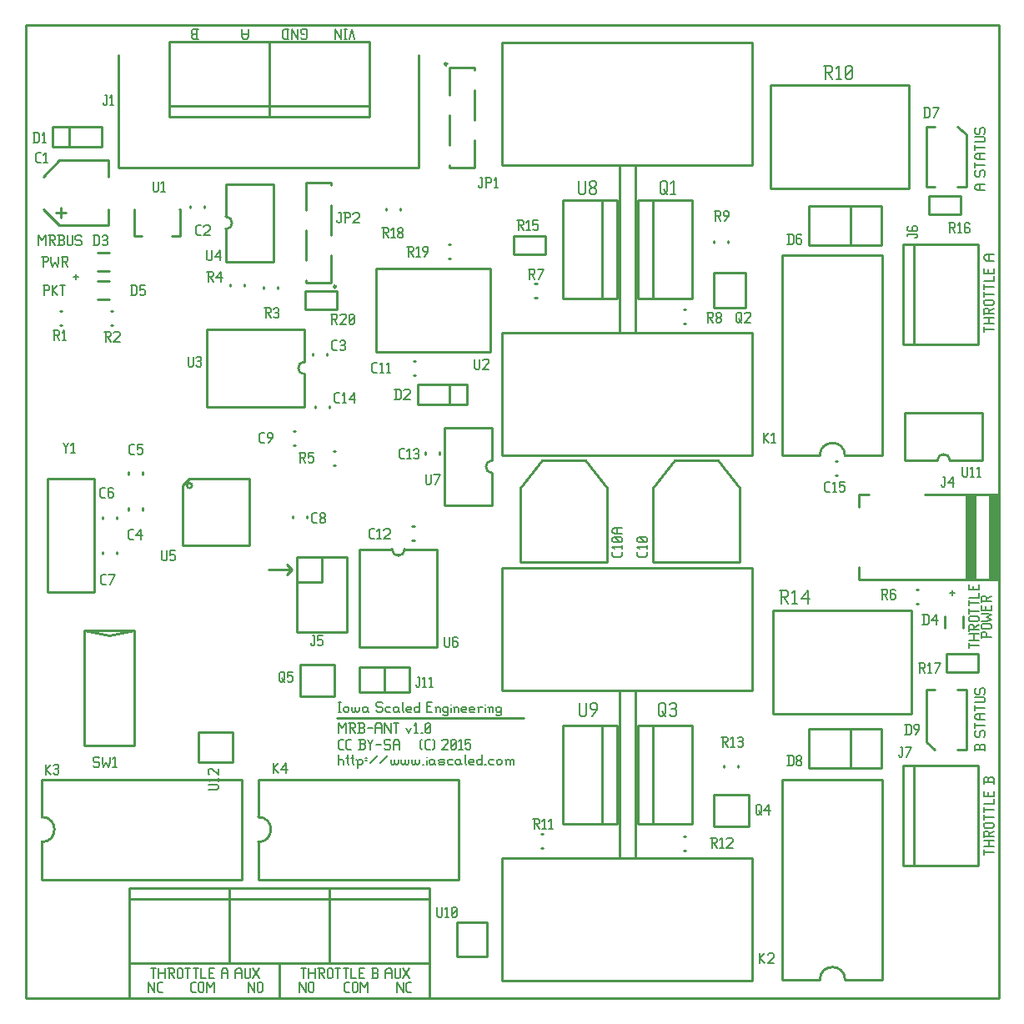
<source format=gbr>
G04 start of page 8 for group -4079 idx -4079 *
G04 Title: (unknown), topsilk *
G04 Creator: pcb 20140316 *
G04 CreationDate: Thu 11 Jun 2015 05:42:57 PM GMT UTC *
G04 For: ndholmes *
G04 Format: Gerber/RS-274X *
G04 PCB-Dimensions (mil): 3900.00 3900.00 *
G04 PCB-Coordinate-Origin: lower left *
%MOIN*%
%FSLAX25Y25*%
%LNTOPSILK*%
%ADD131C,0.0060*%
%ADD130C,0.0100*%
G54D130*X500Y389500D02*Y500D01*
X97500Y172000D02*X107000D01*
X105000Y174000D01*
X107000Y172000D02*X105000Y170000D01*
X389500Y500D02*Y389500D01*
X500D01*
X125000Y112500D02*X199500D01*
X500Y500D02*X389500D01*
X42000Y15000D02*Y500D01*
X102000Y14500D02*Y500D01*
X162000Y15000D02*Y500D01*
G54D131*X370000Y162500D02*X372000D01*
X371000Y163500D02*Y161500D01*
X377500Y142500D02*Y140500D01*
Y141500D02*X381500D01*
X377500Y143700D02*X381500D01*
X377500Y146200D02*X381500D01*
X379500D02*Y143700D01*
X377500Y149400D02*Y147400D01*
Y149400D02*X378000Y149900D01*
X379000D01*
X379500Y149400D02*X379000Y149900D01*
X379500Y149400D02*Y147900D01*
X377500D02*X381500D01*
X379500Y148700D02*X381500Y149900D01*
X378000Y151100D02*X381000D01*
X378000D02*X377500Y151600D01*
Y152600D02*Y151600D01*
Y152600D02*X378000Y153100D01*
X381000D01*
X381500Y152600D02*X381000Y153100D01*
X381500Y152600D02*Y151600D01*
X381000Y151100D02*X381500Y151600D01*
X377500Y156300D02*Y154300D01*
Y155300D02*X381500D01*
X377500Y159500D02*Y157500D01*
Y158500D02*X381500D01*
X377500Y160700D02*X381500D01*
Y162700D02*Y160700D01*
X379300Y165400D02*Y163900D01*
X381500Y165900D02*Y163900D01*
X377500D02*X381500D01*
X377500Y165900D02*Y163900D01*
X382500Y145000D02*X386500D01*
X382500Y146500D02*Y144500D01*
Y146500D02*X383000Y147000D01*
X384000D01*
X384500Y146500D02*X384000Y147000D01*
X384500Y146500D02*Y145000D01*
X383000Y148200D02*X386000D01*
X383000D02*X382500Y148700D01*
Y149700D02*Y148700D01*
Y149700D02*X383000Y150200D01*
X386000D01*
X386500Y149700D02*X386000Y150200D01*
X386500Y149700D02*Y148700D01*
X386000Y148200D02*X386500Y148700D01*
X382500Y151400D02*X384500D01*
X386500Y151900D01*
X384500Y152900D01*
X386500Y153900D01*
X384500Y154400D01*
X382500D02*X384500D01*
X384300Y157100D02*Y155600D01*
X386500Y157600D02*Y155600D01*
X382500D02*X386500D01*
X382500Y157600D02*Y155600D01*
Y160800D02*Y158800D01*
Y160800D02*X383000Y161300D01*
X384000D01*
X384500Y160800D02*X384000Y161300D01*
X384500Y160800D02*Y159300D01*
X382500D02*X386500D01*
X384500Y160100D02*X386500Y161300D01*
X49500Y7000D02*Y3000D01*
Y7000D02*X52000Y3000D01*
Y7000D02*Y3000D01*
X53900D02*X55200D01*
X53200Y3700D02*X53900Y3000D01*
X53200Y6300D02*Y3700D01*
Y6300D02*X53900Y7000D01*
X55200D01*
X89500D02*Y3000D01*
Y7000D02*X92000Y3000D01*
Y7000D02*Y3000D01*
X93200Y6500D02*Y3500D01*
Y6500D02*X93700Y7000D01*
X94700D01*
X95200Y6500D01*
Y3500D01*
X94700Y3000D02*X95200Y3500D01*
X93700Y3000D02*X94700D01*
X93200Y3500D02*X93700Y3000D01*
X67200D02*X68500D01*
X66500Y3700D02*X67200Y3000D01*
X66500Y6300D02*Y3700D01*
Y6300D02*X67200Y7000D01*
X68500D01*
X69700Y6500D02*Y3500D01*
Y6500D02*X70200Y7000D01*
X71200D01*
X71700Y6500D01*
Y3500D01*
X71200Y3000D02*X71700Y3500D01*
X70200Y3000D02*X71200D01*
X69700Y3500D02*X70200Y3000D01*
X72900Y7000D02*Y3000D01*
Y7000D02*X74400Y5000D01*
X75900Y7000D01*
Y3000D01*
X50500Y12500D02*X52500D01*
X51500D02*Y8500D01*
X53700Y12500D02*Y8500D01*
X56200Y12500D02*Y8500D01*
X53700Y10500D02*X56200D01*
X57400Y12500D02*X59400D01*
X59900Y12000D01*
Y11000D01*
X59400Y10500D02*X59900Y11000D01*
X57900Y10500D02*X59400D01*
X57900Y12500D02*Y8500D01*
X58700Y10500D02*X59900Y8500D01*
X61100Y12000D02*Y9000D01*
Y12000D02*X61600Y12500D01*
X62600D01*
X63100Y12000D01*
Y9000D01*
X62600Y8500D02*X63100Y9000D01*
X61600Y8500D02*X62600D01*
X61100Y9000D02*X61600Y8500D01*
X64300Y12500D02*X66300D01*
X65300D02*Y8500D01*
X67500Y12500D02*X69500D01*
X68500D02*Y8500D01*
X70700Y12500D02*Y8500D01*
X72700D01*
X73900Y10700D02*X75400D01*
X73900Y8500D02*X75900D01*
X73900Y12500D02*Y8500D01*
Y12500D02*X75900D01*
X78900Y11500D02*Y8500D01*
Y11500D02*X79600Y12500D01*
X80700D01*
X81400Y11500D01*
Y8500D01*
X78900Y10500D02*X81400D01*
X84400Y11500D02*Y8500D01*
Y11500D02*X85100Y12500D01*
X86200D01*
X86900Y11500D01*
Y8500D01*
X84400Y10500D02*X86900D01*
X88100Y12500D02*Y9000D01*
X88600Y8500D01*
X89600D01*
X90100Y9000D01*
Y12500D02*Y9000D01*
X91300Y8500D02*X93800Y12500D01*
X91300D02*X93800Y8500D01*
X110500Y12500D02*X112500D01*
X111500D02*Y8500D01*
X113700Y12500D02*Y8500D01*
X116200Y12500D02*Y8500D01*
X113700Y10500D02*X116200D01*
X117400Y12500D02*X119400D01*
X119900Y12000D01*
Y11000D01*
X119400Y10500D02*X119900Y11000D01*
X117900Y10500D02*X119400D01*
X117900Y12500D02*Y8500D01*
X118700Y10500D02*X119900Y8500D01*
X121100Y12000D02*Y9000D01*
Y12000D02*X121600Y12500D01*
X122600D01*
X123100Y12000D01*
Y9000D01*
X122600Y8500D02*X123100Y9000D01*
X121600Y8500D02*X122600D01*
X121100Y9000D02*X121600Y8500D01*
X124300Y12500D02*X126300D01*
X125300D02*Y8500D01*
X127500Y12500D02*X129500D01*
X128500D02*Y8500D01*
X130700Y12500D02*Y8500D01*
X132700D01*
X133900Y10700D02*X135400D01*
X133900Y8500D02*X135900D01*
X133900Y12500D02*Y8500D01*
Y12500D02*X135900D01*
X138900Y8500D02*X140900D01*
X141400Y9000D01*
Y10200D02*Y9000D01*
X140900Y10700D02*X141400Y10200D01*
X139400Y10700D02*X140900D01*
X139400Y12500D02*Y8500D01*
X138900Y12500D02*X140900D01*
X141400Y12000D01*
Y11200D01*
X140900Y10700D02*X141400Y11200D01*
X144400Y11500D02*Y8500D01*
Y11500D02*X145100Y12500D01*
X146200D01*
X146900Y11500D01*
Y8500D01*
X144400Y10500D02*X146900D01*
X148100Y12500D02*Y9000D01*
X148600Y8500D01*
X149600D01*
X150100Y9000D01*
Y12500D02*Y9000D01*
X151300Y8500D02*X153800Y12500D01*
X151300D02*X153800Y8500D01*
X149000Y7000D02*Y3000D01*
Y7000D02*X151500Y3000D01*
Y7000D02*Y3000D01*
X153400D02*X154700D01*
X152700Y3700D02*X153400Y3000D01*
X152700Y6300D02*Y3700D01*
Y6300D02*X153400Y7000D01*
X154700D01*
X128700Y3000D02*X130000D01*
X128000Y3700D02*X128700Y3000D01*
X128000Y6300D02*Y3700D01*
Y6300D02*X128700Y7000D01*
X130000D01*
X131200Y6500D02*Y3500D01*
Y6500D02*X131700Y7000D01*
X132700D01*
X133200Y6500D01*
Y3500D01*
X132700Y3000D02*X133200Y3500D01*
X131700Y3000D02*X132700D01*
X131200Y3500D02*X131700Y3000D01*
X134400Y7000D02*Y3000D01*
Y7000D02*X135900Y5000D01*
X137400Y7000D01*
Y3000D01*
X110000Y7000D02*Y3000D01*
Y7000D02*X112500Y3000D01*
Y7000D02*Y3000D01*
X113700Y6500D02*Y3500D01*
Y6500D02*X114200Y7000D01*
X115200D01*
X115700Y6500D01*
Y3500D01*
X115200Y3000D02*X115700Y3500D01*
X114200Y3000D02*X115200D01*
X113700Y3500D02*X114200Y3000D01*
X383500Y60000D02*Y58000D01*
Y59000D02*X387500D01*
X383500Y61200D02*X387500D01*
X383500Y63700D02*X387500D01*
X385500D02*Y61200D01*
X383500Y66900D02*Y64900D01*
Y66900D02*X384000Y67400D01*
X385000D01*
X385500Y66900D02*X385000Y67400D01*
X385500Y66900D02*Y65400D01*
X383500D02*X387500D01*
X385500Y66200D02*X387500Y67400D01*
X384000Y68600D02*X387000D01*
X384000D02*X383500Y69100D01*
Y70100D02*Y69100D01*
Y70100D02*X384000Y70600D01*
X387000D01*
X387500Y70100D02*X387000Y70600D01*
X387500Y70100D02*Y69100D01*
X387000Y68600D02*X387500Y69100D01*
X383500Y73800D02*Y71800D01*
Y72800D02*X387500D01*
X383500Y77000D02*Y75000D01*
Y76000D02*X387500D01*
X383500Y78200D02*X387500D01*
Y80200D02*Y78200D01*
X385300Y82900D02*Y81400D01*
X387500Y83400D02*Y81400D01*
X383500D02*X387500D01*
X383500Y83400D02*Y81400D01*
X387500Y88400D02*Y86400D01*
Y88400D02*X387000Y88900D01*
X385800D02*X387000D01*
X385300Y88400D02*X385800Y88900D01*
X385300Y88400D02*Y86900D01*
X383500D02*X387500D01*
X383500Y88400D02*Y86400D01*
Y88400D02*X384000Y88900D01*
X384800D01*
X385300Y88400D02*X384800Y88900D01*
X384000Y101500D02*Y99500D01*
Y101500D02*X383500Y102000D01*
X382300D02*X383500D01*
X381800Y101500D02*X382300Y102000D01*
X381800Y101500D02*Y100000D01*
X380000D02*X384000D01*
X380000Y101500D02*Y99500D01*
Y101500D02*X380500Y102000D01*
X381300D01*
X381800Y101500D02*X381300Y102000D01*
X380000Y107000D02*X380500Y107500D01*
X380000Y107000D02*Y105500D01*
X380500Y105000D02*X380000Y105500D01*
X380500Y105000D02*X381500D01*
X382000Y105500D01*
Y107000D02*Y105500D01*
Y107000D02*X382500Y107500D01*
X383500D01*
X384000Y107000D02*X383500Y107500D01*
X384000Y107000D02*Y105500D01*
X383500Y105000D02*X384000Y105500D01*
X380000Y110700D02*Y108700D01*
Y109700D02*X384000D01*
X381000Y111900D02*X384000D01*
X381000D02*X380000Y112600D01*
Y113700D02*Y112600D01*
Y113700D02*X381000Y114400D01*
X384000D01*
X382000D02*Y111900D01*
X380000Y117600D02*Y115600D01*
Y116600D02*X384000D01*
X380000Y118800D02*X383500D01*
X384000Y119300D01*
Y120300D02*Y119300D01*
Y120300D02*X383500Y120800D01*
X380000D02*X383500D01*
X380000Y124000D02*X380500Y124500D01*
X380000Y124000D02*Y122500D01*
X380500Y122000D02*X380000Y122500D01*
X380500Y122000D02*X381500D01*
X382000Y122500D01*
Y124000D02*Y122500D01*
Y124000D02*X382500Y124500D01*
X383500D01*
X384000Y124000D02*X383500Y124500D01*
X384000Y124000D02*Y122500D01*
X383500Y122000D02*X384000Y122500D01*
X125500Y119000D02*X126500D01*
X126000D02*Y115000D01*
X125500D02*X126500D01*
X127700Y116500D02*Y115500D01*
Y116500D02*X128200Y117000D01*
X129200D01*
X129700Y116500D01*
Y115500D01*
X129200Y115000D02*X129700Y115500D01*
X128200Y115000D02*X129200D01*
X127700Y115500D02*X128200Y115000D01*
X130900Y117000D02*Y115500D01*
X131400Y115000D01*
X131900D01*
X132400Y115500D01*
Y117000D02*Y115500D01*
X132900Y115000D01*
X133400D01*
X133900Y115500D01*
Y117000D02*Y115500D01*
X136600Y117000D02*X137100Y116500D01*
X135600Y117000D02*X136600D01*
X135100Y116500D02*X135600Y117000D01*
X135100Y116500D02*Y115500D01*
X135600Y115000D01*
X137100Y117000D02*Y115500D01*
X137600Y115000D01*
X135600D02*X136600D01*
X137100Y115500D01*
X142600Y119000D02*X143100Y118500D01*
X141100Y119000D02*X142600D01*
X140600Y118500D02*X141100Y119000D01*
X140600Y118500D02*Y117500D01*
X141100Y117000D01*
X142600D01*
X143100Y116500D01*
Y115500D01*
X142600Y115000D02*X143100Y115500D01*
X141100Y115000D02*X142600D01*
X140600Y115500D02*X141100Y115000D01*
X144800Y117000D02*X146300D01*
X144300Y116500D02*X144800Y117000D01*
X144300Y116500D02*Y115500D01*
X144800Y115000D01*
X146300D01*
X149000Y117000D02*X149500Y116500D01*
X148000Y117000D02*X149000D01*
X147500Y116500D02*X148000Y117000D01*
X147500Y116500D02*Y115500D01*
X148000Y115000D01*
X149500Y117000D02*Y115500D01*
X150000Y115000D01*
X148000D02*X149000D01*
X149500Y115500D01*
X151200Y119000D02*Y115500D01*
X151700Y115000D01*
X153200D02*X154700D01*
X152700Y115500D02*X153200Y115000D01*
X152700Y116500D02*Y115500D01*
Y116500D02*X153200Y117000D01*
X154200D01*
X154700Y116500D01*
X152700Y116000D02*X154700D01*
Y116500D02*Y116000D01*
X157900Y119000D02*Y115000D01*
X157400D02*X157900Y115500D01*
X156400Y115000D02*X157400D01*
X155900Y115500D02*X156400Y115000D01*
X155900Y116500D02*Y115500D01*
Y116500D02*X156400Y117000D01*
X157400D01*
X157900Y116500D01*
X160900Y117200D02*X162400D01*
X160900Y115000D02*X162900D01*
X160900Y119000D02*Y115000D01*
Y119000D02*X162900D01*
X164600Y116500D02*Y115000D01*
Y116500D02*X165100Y117000D01*
X165600D01*
X166100Y116500D01*
Y115000D01*
X164100Y117000D02*X164600Y116500D01*
X168800Y117000D02*X169300Y116500D01*
X167800Y117000D02*X168800D01*
X167300Y116500D02*X167800Y117000D01*
X167300Y116500D02*Y115500D01*
X167800Y115000D01*
X168800D01*
X169300Y115500D01*
X167300Y114000D02*X167800Y113500D01*
X168800D01*
X169300Y114000D01*
Y117000D02*Y114000D01*
X170500Y118000D02*Y117900D01*
Y116500D02*Y115000D01*
X172000Y116500D02*Y115000D01*
Y116500D02*X172500Y117000D01*
X173000D01*
X173500Y116500D01*
Y115000D01*
X171500Y117000D02*X172000Y116500D01*
X175200Y115000D02*X176700D01*
X174700Y115500D02*X175200Y115000D01*
X174700Y116500D02*Y115500D01*
Y116500D02*X175200Y117000D01*
X176200D01*
X176700Y116500D01*
X174700Y116000D02*X176700D01*
Y116500D02*Y116000D01*
X178400Y115000D02*X179900D01*
X177900Y115500D02*X178400Y115000D01*
X177900Y116500D02*Y115500D01*
Y116500D02*X178400Y117000D01*
X179400D01*
X179900Y116500D01*
X177900Y116000D02*X179900D01*
Y116500D02*Y116000D01*
X181600Y116500D02*Y115000D01*
Y116500D02*X182100Y117000D01*
X183100D01*
X181100D02*X181600Y116500D01*
X184300Y118000D02*Y117900D01*
Y116500D02*Y115000D01*
X185800Y116500D02*Y115000D01*
Y116500D02*X186300Y117000D01*
X186800D01*
X187300Y116500D01*
Y115000D01*
X185300Y117000D02*X185800Y116500D01*
X190000Y117000D02*X190500Y116500D01*
X189000Y117000D02*X190000D01*
X188500Y116500D02*X189000Y117000D01*
X188500Y116500D02*Y115500D01*
X189000Y115000D01*
X190000D01*
X190500Y115500D01*
X188500Y114000D02*X189000Y113500D01*
X190000D01*
X190500Y114000D01*
Y117000D02*Y114000D01*
X126200Y100000D02*X127500D01*
X125500Y100700D02*X126200Y100000D01*
X125500Y103300D02*Y100700D01*
Y103300D02*X126200Y104000D01*
X127500D01*
X129400Y100000D02*X130700D01*
X128700Y100700D02*X129400Y100000D01*
X128700Y103300D02*Y100700D01*
Y103300D02*X129400Y104000D01*
X130700D01*
X133700Y100000D02*X135700D01*
X136200Y100500D01*
Y101700D02*Y100500D01*
X135700Y102200D02*X136200Y101700D01*
X134200Y102200D02*X135700D01*
X134200Y104000D02*Y100000D01*
X133700Y104000D02*X135700D01*
X136200Y103500D01*
Y102700D01*
X135700Y102200D02*X136200Y102700D01*
X137400Y104000D02*X138400Y102000D01*
X139400Y104000D01*
X138400Y102000D02*Y100000D01*
X140600Y102000D02*X142600D01*
X145800Y104000D02*X146300Y103500D01*
X144300Y104000D02*X145800D01*
X143800Y103500D02*X144300Y104000D01*
X143800Y103500D02*Y102500D01*
X144300Y102000D01*
X145800D01*
X146300Y101500D01*
Y100500D01*
X145800Y100000D02*X146300Y100500D01*
X144300Y100000D02*X145800D01*
X143800Y100500D02*X144300Y100000D01*
X147500Y103000D02*Y100000D01*
Y103000D02*X148200Y104000D01*
X149300D01*
X150000Y103000D01*
Y100000D01*
X147500Y102000D02*X150000D01*
X158400Y100500D02*X158900Y100000D01*
X158400Y103500D02*X158900Y104000D01*
X158400Y103500D02*Y100500D01*
X160800Y100000D02*X162100D01*
X160100Y100700D02*X160800Y100000D01*
X160100Y103300D02*Y100700D01*
Y103300D02*X160800Y104000D01*
X162100D01*
X163300D02*X163800Y103500D01*
Y100500D01*
X163300Y100000D02*X163800Y100500D01*
X166800Y103500D02*X167300Y104000D01*
X168800D01*
X169300Y103500D01*
Y102500D01*
X166800Y100000D02*X169300Y102500D01*
X166800Y100000D02*X169300D01*
X170500Y100500D02*X171000Y100000D01*
X170500Y103500D02*Y100500D01*
Y103500D02*X171000Y104000D01*
X172000D01*
X172500Y103500D01*
Y100500D01*
X172000Y100000D02*X172500Y100500D01*
X171000Y100000D02*X172000D01*
X170500Y101000D02*X172500Y103000D01*
X173700Y103200D02*X174500Y104000D01*
Y100000D01*
X173700D02*X175200D01*
X176400Y104000D02*X178400D01*
X176400D02*Y102000D01*
X176900Y102500D01*
X177900D01*
X178400Y102000D01*
Y100500D01*
X177900Y100000D02*X178400Y100500D01*
X176900Y100000D02*X177900D01*
X176400Y100500D02*X176900Y100000D01*
X125500Y110500D02*Y106500D01*
Y110500D02*X127000Y108500D01*
X128500Y110500D01*
Y106500D01*
X129700Y110500D02*X131700D01*
X132200Y110000D01*
Y109000D01*
X131700Y108500D02*X132200Y109000D01*
X130200Y108500D02*X131700D01*
X130200Y110500D02*Y106500D01*
X131000Y108500D02*X132200Y106500D01*
X133400D02*X135400D01*
X135900Y107000D01*
Y108200D02*Y107000D01*
X135400Y108700D02*X135900Y108200D01*
X133900Y108700D02*X135400D01*
X133900Y110500D02*Y106500D01*
X133400Y110500D02*X135400D01*
X135900Y110000D01*
Y109200D01*
X135400Y108700D02*X135900Y109200D01*
X137100Y108500D02*X139100D01*
X140300Y109500D02*Y106500D01*
Y109500D02*X141000Y110500D01*
X142100D01*
X142800Y109500D01*
Y106500D01*
X140300Y108500D02*X142800D01*
X144000Y110500D02*Y106500D01*
Y110500D02*X146500Y106500D01*
Y110500D02*Y106500D01*
X147700Y110500D02*X149700D01*
X148700D02*Y106500D01*
X152700Y108500D02*X153700Y106500D01*
X154700Y108500D02*X153700Y106500D01*
X155900Y109700D02*X156700Y110500D01*
Y106500D01*
X155900D02*X157400D01*
X158600D02*X159100D01*
X160300Y107000D02*X160800Y106500D01*
X160300Y110000D02*Y107000D01*
Y110000D02*X160800Y110500D01*
X161800D01*
X162300Y110000D01*
Y107000D01*
X161800Y106500D02*X162300Y107000D01*
X160800Y106500D02*X161800D01*
X160300Y107500D02*X162300Y109500D01*
X125500Y98000D02*Y94000D01*
Y95500D02*X126000Y96000D01*
X127000D01*
X127500Y95500D01*
Y94000D01*
X129200Y98000D02*Y94500D01*
X129700Y94000D01*
X128700Y96500D02*X129700D01*
X131200Y98000D02*Y94500D01*
X131700Y94000D01*
X130700Y96500D02*X131700D01*
X133200Y95500D02*Y92500D01*
X132700Y96000D02*X133200Y95500D01*
X133700Y96000D01*
X134700D01*
X135200Y95500D01*
Y94500D01*
X134700Y94000D02*X135200Y94500D01*
X133700Y94000D02*X134700D01*
X133200Y94500D02*X133700Y94000D01*
X136400Y96500D02*X136900D01*
X136400Y95500D02*X136900D01*
X138100Y94500D02*X141100Y97500D01*
X142300Y94500D02*X145300Y97500D01*
X146500Y96000D02*Y94500D01*
X147000Y94000D01*
X147500D01*
X148000Y94500D01*
Y96000D02*Y94500D01*
X148500Y94000D01*
X149000D01*
X149500Y94500D01*
Y96000D02*Y94500D01*
X150700Y96000D02*Y94500D01*
X151200Y94000D01*
X151700D01*
X152200Y94500D01*
Y96000D02*Y94500D01*
X152700Y94000D01*
X153200D01*
X153700Y94500D01*
Y96000D02*Y94500D01*
X154900Y96000D02*Y94500D01*
X155400Y94000D01*
X155900D01*
X156400Y94500D01*
Y96000D02*Y94500D01*
X156900Y94000D01*
X157400D01*
X157900Y94500D01*
Y96000D02*Y94500D01*
X159100Y94000D02*X159600D01*
X160800Y97000D02*Y96900D01*
Y95500D02*Y94000D01*
X163300Y96000D02*X163800Y95500D01*
X162300Y96000D02*X163300D01*
X161800Y95500D02*X162300Y96000D01*
X161800Y95500D02*Y94500D01*
X162300Y94000D01*
X163800Y96000D02*Y94500D01*
X164300Y94000D01*
X162300D02*X163300D01*
X163800Y94500D01*
X166000Y94000D02*X167500D01*
X168000Y94500D01*
X167500Y95000D02*X168000Y94500D01*
X166000Y95000D02*X167500D01*
X165500Y95500D02*X166000Y95000D01*
X165500Y95500D02*X166000Y96000D01*
X167500D01*
X168000Y95500D01*
X165500Y94500D02*X166000Y94000D01*
X169700Y96000D02*X171200D01*
X169200Y95500D02*X169700Y96000D01*
X169200Y95500D02*Y94500D01*
X169700Y94000D01*
X171200D01*
X173900Y96000D02*X174400Y95500D01*
X172900Y96000D02*X173900D01*
X172400Y95500D02*X172900Y96000D01*
X172400Y95500D02*Y94500D01*
X172900Y94000D01*
X174400Y96000D02*Y94500D01*
X174900Y94000D01*
X172900D02*X173900D01*
X174400Y94500D01*
X176100Y98000D02*Y94500D01*
X176600Y94000D01*
X178100D02*X179600D01*
X177600Y94500D02*X178100Y94000D01*
X177600Y95500D02*Y94500D01*
Y95500D02*X178100Y96000D01*
X179100D01*
X179600Y95500D01*
X177600Y95000D02*X179600D01*
Y95500D02*Y95000D01*
X182800Y98000D02*Y94000D01*
X182300D02*X182800Y94500D01*
X181300Y94000D02*X182300D01*
X180800Y94500D02*X181300Y94000D01*
X180800Y95500D02*Y94500D01*
Y95500D02*X181300Y96000D01*
X182300D01*
X182800Y95500D01*
X184000Y94000D02*X184500D01*
X186200Y96000D02*X187700D01*
X185700Y95500D02*X186200Y96000D01*
X185700Y95500D02*Y94500D01*
X186200Y94000D01*
X187700D01*
X188900Y95500D02*Y94500D01*
Y95500D02*X189400Y96000D01*
X190400D01*
X190900Y95500D01*
Y94500D01*
X190400Y94000D02*X190900Y94500D01*
X189400Y94000D02*X190400D01*
X188900Y94500D02*X189400Y94000D01*
X192600Y95500D02*Y94000D01*
Y95500D02*X193100Y96000D01*
X193600D01*
X194100Y95500D01*
Y94000D01*
Y95500D02*X194600Y96000D01*
X195100D01*
X195600Y95500D01*
Y94000D01*
X192100Y96000D02*X192600Y95500D01*
X132000Y384000D02*X131000Y388000D01*
X130000Y384000D01*
X127800D02*X128800D01*
X128300Y388000D02*Y384000D01*
X127800Y388000D02*X128800D01*
X126600D02*Y384000D01*
X124100Y388000D01*
Y384000D01*
X111000D02*X110500Y384500D01*
X111000Y384000D02*X112500D01*
X113000Y384500D02*X112500Y384000D01*
X113000Y387500D02*Y384500D01*
Y387500D02*X112500Y388000D01*
X111000D02*X112500D01*
X111000D02*X110500Y387500D01*
Y386500D01*
X111000Y386000D02*X110500Y386500D01*
X111000Y386000D02*X112000D01*
X109300Y388000D02*Y384000D01*
X106800Y388000D01*
Y384000D01*
X105100Y388000D02*Y384000D01*
X103800D02*X103100Y384700D01*
Y387300D02*Y384700D01*
X103800Y388000D02*X103100Y387300D01*
X103800Y388000D02*X105600D01*
X103800Y384000D02*X105600D01*
X89500Y388000D02*Y385000D01*
X88800Y384000D01*
X87700D02*X88800D01*
X87700D02*X87000Y385000D01*
Y388000D02*Y385000D01*
Y386000D02*X89500D01*
X67500Y388000D02*X69500D01*
X67500D02*X67000Y387500D01*
Y386300D01*
X67500Y385800D02*X67000Y386300D01*
X67500Y385800D02*X69000D01*
Y388000D02*Y384000D01*
X67500D02*X69500D01*
X67500D02*X67000Y384500D01*
Y385300D02*Y384500D01*
X67500Y385800D02*X67000Y385300D01*
X7500Y297000D02*Y293000D01*
X7000Y297000D02*X9000D01*
X9500Y296500D01*
Y295500D01*
X9000Y295000D02*X9500Y295500D01*
X7500Y295000D02*X9000D01*
X10700Y297000D02*Y295000D01*
X11200Y293000D01*
X12200Y295000D01*
X13200Y293000D01*
X13700Y295000D01*
Y297000D02*Y295000D01*
X14900Y297000D02*X16900D01*
X17400Y296500D01*
Y295500D01*
X16900Y295000D02*X17400Y295500D01*
X15400Y295000D02*X16900D01*
X15400Y297000D02*Y293000D01*
X16200Y295000D02*X17400Y293000D01*
X8000Y285500D02*Y281500D01*
X7500Y285500D02*X9500D01*
X10000Y285000D01*
Y284000D01*
X9500Y283500D02*X10000Y284000D01*
X8000Y283500D02*X9500D01*
X11200Y285500D02*Y281500D01*
Y283500D02*X13200Y285500D01*
X11200Y283500D02*X13200Y281500D01*
X14400Y285500D02*X16400D01*
X15400D02*Y281500D01*
X19500Y289000D02*X21500D01*
X20500Y290000D02*Y288000D01*
X5500Y305500D02*Y301500D01*
Y305500D02*X7000Y303500D01*
X8500Y305500D01*
Y301500D01*
X9700Y305500D02*X11700D01*
X12200Y305000D01*
Y304000D01*
X11700Y303500D02*X12200Y304000D01*
X10200Y303500D02*X11700D01*
X10200Y305500D02*Y301500D01*
X11000Y303500D02*X12200Y301500D01*
X13400D02*X15400D01*
X15900Y302000D01*
Y303200D02*Y302000D01*
X15400Y303700D02*X15900Y303200D01*
X13900Y303700D02*X15400D01*
X13900Y305500D02*Y301500D01*
X13400Y305500D02*X15400D01*
X15900Y305000D01*
Y304200D01*
X15400Y303700D02*X15900Y304200D01*
X17100Y305500D02*Y302000D01*
X17600Y301500D01*
X18600D01*
X19100Y302000D01*
Y305500D02*Y302000D01*
X22300Y305500D02*X22800Y305000D01*
X20800Y305500D02*X22300D01*
X20300Y305000D02*X20800Y305500D01*
X20300Y305000D02*Y304000D01*
X20800Y303500D01*
X22300D01*
X22800Y303000D01*
Y302000D01*
X22300Y301500D02*X22800Y302000D01*
X20800Y301500D02*X22300D01*
X20300Y302000D02*X20800Y301500D01*
X383500Y269000D02*Y267000D01*
Y268000D02*X387500D01*
X383500Y270200D02*X387500D01*
X383500Y272700D02*X387500D01*
X385500D02*Y270200D01*
X383500Y275900D02*Y273900D01*
Y275900D02*X384000Y276400D01*
X385000D01*
X385500Y275900D02*X385000Y276400D01*
X385500Y275900D02*Y274400D01*
X383500D02*X387500D01*
X385500Y275200D02*X387500Y276400D01*
X384000Y277600D02*X387000D01*
X384000D02*X383500Y278100D01*
Y279100D02*Y278100D01*
Y279100D02*X384000Y279600D01*
X387000D01*
X387500Y279100D02*X387000Y279600D01*
X387500Y279100D02*Y278100D01*
X387000Y277600D02*X387500Y278100D01*
X383500Y282800D02*Y280800D01*
Y281800D02*X387500D01*
X383500Y286000D02*Y284000D01*
Y285000D02*X387500D01*
X383500Y287200D02*X387500D01*
Y289200D02*Y287200D01*
X385300Y291900D02*Y290400D01*
X387500Y292400D02*Y290400D01*
X383500D02*X387500D01*
X383500Y292400D02*Y290400D01*
X384500Y295400D02*X387500D01*
X384500D02*X383500Y296100D01*
Y297200D02*Y296100D01*
Y297200D02*X384500Y297900D01*
X387500D01*
X385500D02*Y295400D01*
X381000Y323500D02*X384000D01*
X381000D02*X380000Y324200D01*
Y325300D02*Y324200D01*
Y325300D02*X381000Y326000D01*
X384000D01*
X382000D02*Y323500D01*
X380000Y331000D02*X380500Y331500D01*
X380000Y331000D02*Y329500D01*
X380500Y329000D02*X380000Y329500D01*
X380500Y329000D02*X381500D01*
X382000Y329500D01*
Y331000D02*Y329500D01*
Y331000D02*X382500Y331500D01*
X383500D01*
X384000Y331000D02*X383500Y331500D01*
X384000Y331000D02*Y329500D01*
X383500Y329000D02*X384000Y329500D01*
X380000Y334700D02*Y332700D01*
Y333700D02*X384000D01*
X381000Y335900D02*X384000D01*
X381000D02*X380000Y336600D01*
Y337700D02*Y336600D01*
Y337700D02*X381000Y338400D01*
X384000D01*
X382000D02*Y335900D01*
X380000Y341600D02*Y339600D01*
Y340600D02*X384000D01*
X380000Y342800D02*X383500D01*
X384000Y343300D01*
Y344300D02*Y343300D01*
Y344300D02*X383500Y344800D01*
X380000D02*X383500D01*
X380000Y348000D02*X380500Y348500D01*
X380000Y348000D02*Y346500D01*
X380500Y346000D02*X380000Y346500D01*
X380500Y346000D02*X381500D01*
X382000Y346500D01*
Y348000D02*Y346500D01*
Y348000D02*X382500Y348500D01*
X383500D01*
X384000Y348000D02*X383500Y348500D01*
X384000Y348000D02*Y346500D01*
X383500Y346000D02*X384000Y346500D01*
G54D130*X368701Y138241D02*X381299D01*
Y130759D01*
X368701D01*
Y138241D01*
X361701Y321241D02*X374299D01*
Y313759D01*
X361701D01*
Y321241D01*
X360500Y349000D02*Y325000D01*
X376500Y346000D02*Y325000D01*
X373000D02*X376500D01*
X360500D02*X364000D01*
X360500Y349000D02*X364000D01*
X376500Y346000D02*X373000Y349000D01*
X367760Y153362D02*Y148638D01*
X375240Y153362D02*Y148638D01*
X381300Y93500D02*Y53500D01*
X351300Y93500D02*Y53500D01*
X355700Y93500D02*Y53500D01*
X351300D02*X381300D01*
X351300Y93500D02*X381300D01*
X376500Y124000D02*Y100000D01*
X360500Y124000D02*Y103000D01*
Y124000D02*X364000D01*
X373000D02*X376500D01*
X373000Y100000D02*X376500D01*
X360500Y103000D02*X364000Y100000D01*
X383000Y234500D02*Y215500D01*
X352000Y234500D02*X383000D01*
X352000D02*Y215500D01*
X370000D02*X383000D01*
X352000D02*X365000D01*
X370000D02*G75*G03X365000Y215500I-2500J0D01*G01*
X42000Y14700D02*X82000D01*
X42000Y44700D02*X82000D01*
X42000Y40300D02*X82000D01*
X42000Y44700D02*Y14700D01*
X82000Y44700D02*Y14700D01*
X7000Y48000D02*X87000D01*
Y88000D02*Y48000D01*
X7000Y88000D02*X87000D01*
X7000Y63000D02*Y48000D01*
Y88000D02*Y73000D01*
Y63000D02*G75*G03X7000Y73000I0J5000D01*G01*
X93500Y48000D02*X173500D01*
Y88000D02*Y48000D01*
X93500Y88000D02*X173500D01*
X93500Y63000D02*Y48000D01*
Y88000D02*Y73000D01*
Y63000D02*G75*G03X93500Y73000I0J5000D01*G01*
X122000Y14700D02*X162000D01*
X122000Y44700D02*X162000D01*
X122000Y40300D02*X162000D01*
X122000Y44700D02*Y14700D01*
X162000Y44700D02*Y14700D01*
X263564Y65255D02*X264350D01*
X263564Y59745D02*X264350D01*
X263564Y275755D02*X264350D01*
X263564Y270245D02*X264350D01*
X279745Y93593D02*Y92807D01*
X285255Y93593D02*Y92807D01*
X299400Y155700D02*X354600D01*
X299400Y114300D02*X354600D01*
X299400Y155700D02*Y114300D01*
X354600Y155700D02*Y114300D01*
X356607Y158245D02*X357393D01*
X356607Y163755D02*X357393D01*
X313433Y108374D02*X342567D01*
Y92626D01*
X313433D01*
Y108374D01*
X330400Y92626D02*Y108374D01*
X343000Y88000D02*Y8000D01*
X303000Y88000D02*X343000D01*
X303000D02*Y8000D01*
X328000D02*X343000D01*
X303000D02*X318000D01*
X328000D02*G75*G03X318000Y8000I-5000J0D01*G01*
X343000Y297500D02*Y217500D01*
X303000Y297500D02*X343000D01*
X303000D02*Y217500D01*
X328000D02*X343000D01*
X303000D02*X318000D01*
X328000D02*G75*G03X318000Y217500I-5000J0D01*G01*
X360000Y202000D02*X389500D01*
Y168000D01*
X333500D02*X389500D01*
X333500Y173000D02*Y168000D01*
Y202000D02*X337500D01*
X333500D02*Y197000D01*
X389500Y202000D02*Y168000D01*
X389000Y202000D02*Y168000D01*
X388500Y202000D02*Y168000D01*
X388000Y202000D02*Y168000D01*
X387500Y202000D02*Y168000D01*
X387000Y202000D02*Y168000D01*
X386500Y202000D02*Y168000D01*
X386000Y202000D02*Y168000D01*
X376500Y202000D02*Y168000D01*
X377000Y202000D02*Y168000D01*
X377500Y202000D02*Y168000D01*
X378000Y202000D02*Y168000D01*
X378500Y202000D02*Y168000D01*
X379000Y202000D02*Y168000D01*
X379500Y202000D02*Y168000D01*
X380000Y202000D02*Y168000D01*
X381300Y302000D02*Y262000D01*
X351300Y302000D02*Y262000D01*
X355700Y302000D02*Y262000D01*
X351300D02*X381300D01*
X351300Y302000D02*X381300D01*
X275745Y303393D02*Y302607D01*
X281255Y303393D02*Y302607D01*
X324107Y209745D02*X324893D01*
X324107Y215255D02*X324893D01*
X313433Y317374D02*X342567D01*
Y301626D01*
X313433D01*
Y317374D01*
X330400Y301626D02*Y317374D01*
X298400Y365700D02*X353600D01*
X298400Y324300D02*X353600D01*
X298400Y365700D02*Y324300D01*
X353600Y365700D02*Y324300D01*
X224100Y215600D02*X232800Y204700D01*
Y174800D01*
X198200D02*X232800D01*
X198200Y204700D02*Y174800D01*
Y204700D02*X206900Y215600D01*
X224100D01*
X277100D02*X285800Y204700D01*
Y174800D01*
X251200D02*X285800D01*
X251200Y204700D02*Y174800D01*
Y204700D02*X259900Y215600D01*
X277100D01*
X206564Y66255D02*X207350D01*
X206564Y60745D02*X207350D01*
X215157Y109685D02*Y70315D01*
X236811Y109685D02*Y70315D01*
X230905Y109685D02*Y70315D01*
X215157D02*X236811D01*
X215157Y109685D02*X236811D01*
X191000Y7500D02*X291000D01*
X191000Y172500D02*X291000D01*
Y123500D01*
Y56500D02*Y7500D01*
X191000Y172500D02*Y123500D01*
Y56500D02*Y7500D01*
X237900Y123500D02*Y56500D01*
X244100Y123500D02*Y56500D01*
X191000Y123500D02*X291000D01*
X191000Y56500D02*X291000D01*
X266843Y109685D02*Y70315D01*
X245189Y109685D02*Y70315D01*
X251095Y109685D02*Y70315D01*
X245189Y109685D02*X266843D01*
X245189Y70315D02*X266843D01*
X275600Y82000D02*X289500D01*
X275600D02*Y69200D01*
X289500D01*
Y82000D02*Y69200D01*
X173000Y31000D02*Y17100D01*
X184800D01*
Y31000D01*
X173000D01*
X82000Y14700D02*X122000D01*
X82000Y44700D02*X122000D01*
X82000Y40300D02*X122000D01*
X82000Y44700D02*Y14700D01*
X122000Y44700D02*Y14700D01*
X36755Y178893D02*Y178107D01*
X31245Y178893D02*Y178107D01*
X134000Y180000D02*Y141000D01*
X165000D01*
Y180000D01*
X134000D02*X147000D01*
X165000D02*X152000D01*
X147000D02*G75*G03X152000Y180000I2500J0D01*G01*
X134000Y133000D02*X154000D01*
X134000D02*Y123000D01*
X154000D01*
Y133000D02*Y123000D01*
X144000Y133000D02*Y123000D01*
X154000D01*
X110100Y134000D02*X124000D01*
X110100D02*Y121200D01*
X124000D01*
Y134000D02*Y121200D01*
X109000Y177000D02*Y147000D01*
X129000D01*
Y177000D01*
X109000D01*
Y167000D02*X119000D01*
Y177000D01*
X27850Y208138D02*Y162862D01*
X9150D02*X27850D01*
X9150Y208138D02*Y162862D01*
Y208138D02*X27850D01*
X112500Y286500D02*X122500D01*
X112500Y326500D02*X122500D01*
X112500Y287500D02*Y286500D01*
Y307500D02*Y295500D01*
Y326500D02*Y315500D01*
X122500Y326500D02*Y325500D01*
Y317500D02*Y305500D01*
Y297500D02*Y286500D01*
X124500Y285000D02*G75*G03X124500Y285000I-500J0D01*G01*
X80500Y295000D02*X99500D01*
Y326000D02*Y295000D01*
X80500Y326000D02*X99500D01*
X80500Y308000D02*Y295000D01*
Y326000D02*Y313000D01*
Y308000D02*G75*G03X80500Y313000I0J2500D01*G01*
X112201Y283241D02*X124799D01*
Y275759D01*
X112201D02*X124799D01*
X112201Y283241D02*Y275759D01*
X73000Y268000D02*X112000D01*
X73000D02*Y237000D01*
X112000D01*
Y268000D02*Y255000D01*
Y250000D02*Y237000D01*
Y255000D02*G75*G03X112000Y250000I0J-2500D01*G01*
X121755Y237393D02*Y236607D01*
X116245Y237393D02*Y236607D01*
X123607Y219255D02*X124393D01*
X123607Y213745D02*X124393D01*
X107607Y227255D02*X108393D01*
X107607Y221745D02*X108393D01*
X66021Y208379D02*X89879D01*
Y181621D01*
X63121D02*X89879D01*
X63121Y205479D02*Y181621D01*
Y205479D02*X66021Y208379D01*
X65021Y205479D02*G75*G03X65021Y205479I1000J0D01*G01*
X115245Y258393D02*Y257607D01*
X120755Y258393D02*Y257607D01*
X69500Y95000D02*X83400D01*
Y106800D02*Y95000D01*
X69500Y106800D02*X83400D01*
X69500D02*Y95000D01*
X150255Y316393D02*Y315607D01*
X144745Y316393D02*Y315607D01*
X169607Y301755D02*X170393D01*
X169607Y296245D02*X170393D01*
X170000Y372500D02*X180000D01*
Y332500D02*X170000D01*
X180000Y372500D02*Y371500D01*
Y363500D02*Y351500D01*
Y343500D02*Y332500D01*
X170000D02*Y333500D01*
Y341500D02*Y353500D01*
Y361500D02*Y372500D01*
X168000Y374000D02*G75*G03X168000Y374000I500J0D01*G01*
X186335Y292374D02*X140665D01*
X186335Y258910D02*X140665D01*
X186335Y292374D02*Y258910D01*
X140665Y292374D02*Y258910D01*
X160245Y218850D02*Y218064D01*
X165755Y218850D02*Y218064D01*
X87755Y285893D02*Y285107D01*
X82245Y285893D02*Y285107D01*
X101255Y284893D02*Y284107D01*
X95745Y284893D02*Y284107D01*
X155607Y255255D02*X156393D01*
X155607Y249745D02*X156393D01*
X157100Y246000D02*X176800D01*
X157100Y238000D02*X176800D01*
Y246000D02*Y238000D01*
X157100Y246000D02*Y238000D01*
X170000Y246000D02*Y238000D01*
X33492Y309508D02*Y316004D01*
Y335492D02*Y328996D01*
X14004Y335492D02*X33492D01*
X14004Y309508D02*X33492D01*
X14004Y335492D02*X7508Y328996D01*
X14004Y309508D02*X7508Y316004D01*
X14500Y316500D02*Y312500D01*
X16500Y314500D02*X12500D01*
X29138Y279760D02*X33862D01*
X29138Y287240D02*X33862D01*
X34607Y275255D02*X35393D01*
X34607Y269745D02*X35393D01*
X29138Y291260D02*X33862D01*
X29138Y298740D02*X33862D01*
X14107Y275255D02*X14893D01*
X14107Y269745D02*X14893D01*
X37500Y377500D02*Y332500D01*
X157500Y377500D02*Y332500D01*
X37500D02*X157500D01*
X66245Y317393D02*Y316607D01*
X71755Y317393D02*Y316607D01*
X58000Y382800D02*X98000D01*
X58000Y352800D02*X98000D01*
X58000Y357200D02*X98000D01*
Y382800D02*Y352800D01*
X58000Y382800D02*Y352800D01*
X98000Y382800D02*X138000D01*
X98000Y352800D02*X138000D01*
X98000Y357200D02*X138000D01*
Y382800D02*Y352800D01*
X98000Y382800D02*Y352800D01*
X195701Y297759D02*X208299D01*
X195701Y305241D02*Y297759D01*
Y305241D02*X208299D01*
Y297759D01*
X204064Y286255D02*X204850D01*
X204064Y280745D02*X204850D01*
X215157Y319685D02*Y280315D01*
X236811Y319685D02*Y280315D01*
X230905Y319685D02*Y280315D01*
X215157D02*X236811D01*
X215157Y319685D02*X236811D01*
X191000Y217500D02*X291000D01*
X191000Y382500D02*X291000D01*
Y333500D01*
Y266500D02*Y217500D01*
X191000Y382500D02*Y333500D01*
Y266500D02*Y217500D01*
X237900Y333500D02*Y266500D01*
X244100Y333500D02*Y266500D01*
X191000Y333500D02*X291000D01*
X191000Y266500D02*X291000D01*
X266843Y319685D02*Y280315D01*
X245189Y319685D02*Y280315D01*
X251095Y319685D02*Y280315D01*
X245189Y319685D02*X266843D01*
X245189Y280315D02*X266843D01*
X288400Y290600D02*Y276700D01*
X275600Y290600D02*X288400D01*
X275600D02*Y276700D01*
X288400D01*
X168000Y228500D02*X187000D01*
X168000D02*Y197500D01*
X187000D01*
Y228500D02*Y215500D01*
Y210500D02*Y197500D01*
Y215500D02*G75*G03X187000Y210500I0J-2500D01*G01*
X155064Y189255D02*X155850D01*
X155064Y183745D02*X155850D01*
X107245Y193393D02*Y192607D01*
X112755Y193393D02*Y192607D01*
X11200Y341000D02*X30900D01*
X11200Y349000D02*X30900D01*
X11200D02*Y341000D01*
X30900Y349000D02*Y341000D01*
X18000Y349000D02*Y341000D01*
X62250Y315980D02*Y305350D01*
X43750Y315980D02*Y305350D01*
X59000D02*X62250D01*
X43750D02*X47000D01*
X62071Y315980D02*X62250D01*
X43750D02*X43929D01*
X44000Y101500D02*X24000D01*
X44000D02*Y147500D01*
X24000D02*Y101500D01*
Y147500D02*X44000D01*
X34000Y145500D01*
X24000Y147500D02*X34000Y145500D01*
X41745Y196436D02*Y195650D01*
X47255Y196436D02*Y195650D01*
X41745Y210850D02*Y210064D01*
X47255Y210850D02*Y210064D01*
X31245Y192893D02*Y192107D01*
X36755Y192893D02*Y192107D01*
G54D131*X203264Y72150D02*X205264D01*
X205764Y71650D01*
Y70650D01*
X205264Y70150D02*X205764Y70650D01*
X203764Y70150D02*X205264D01*
X203764Y72150D02*Y68150D01*
X204564Y70150D02*X205764Y68150D01*
X206964Y71350D02*X207764Y72150D01*
Y68150D01*
X206964D02*X208464D01*
X209664Y71350D02*X210464Y72150D01*
Y68150D01*
X209664D02*X211164D01*
X165000Y37000D02*Y33500D01*
X165500Y33000D01*
X166500D01*
X167000Y33500D01*
Y37000D02*Y33500D01*
X168200Y36200D02*X169000Y37000D01*
Y33000D01*
X168200D02*X169700D01*
X170900Y33500D02*X171400Y33000D01*
X170900Y36500D02*Y33500D01*
Y36500D02*X171400Y37000D01*
X172400D01*
X172900Y36500D01*
Y33500D01*
X172400Y33000D02*X172900Y33500D01*
X171400Y33000D02*X172400D01*
X170900Y34000D02*X172900Y36000D01*
X160500Y210000D02*Y206500D01*
X161000Y206000D01*
X162000D01*
X162500Y206500D01*
Y210000D02*Y206500D01*
X164200Y206000D02*X166200Y210000D01*
X163700D02*X166200D01*
X180000Y256000D02*Y252500D01*
X180500Y252000D01*
X181500D01*
X182000Y252500D01*
Y256000D02*Y252500D01*
X183200Y255500D02*X183700Y256000D01*
X185200D01*
X185700Y255500D01*
Y254500D01*
X183200Y252000D02*X185700Y254500D01*
X183200Y252000D02*X185700D01*
X168000Y145000D02*Y141500D01*
X168500Y141000D01*
X169500D01*
X170000Y141500D01*
Y145000D02*Y141500D01*
X172700Y145000D02*X173200Y144500D01*
X171700Y145000D02*X172700D01*
X171200Y144500D02*X171700Y145000D01*
X171200Y144500D02*Y141500D01*
X171700Y141000D01*
X172700Y143200D02*X173200Y142700D01*
X171200Y143200D02*X172700D01*
X171700Y141000D02*X172700D01*
X173200Y141500D01*
Y142700D02*Y141500D01*
X157200Y129000D02*X158000D01*
Y125500D01*
X157500Y125000D02*X158000Y125500D01*
X157000Y125000D02*X157500D01*
X156500Y125500D02*X157000Y125000D01*
X156500Y126000D02*Y125500D01*
X159200Y128200D02*X160000Y129000D01*
Y125000D01*
X159200D02*X160700D01*
X161900Y128200D02*X162700Y129000D01*
Y125000D01*
X161900D02*X163400D01*
X357500Y134500D02*X359500D01*
X360000Y134000D01*
Y133000D01*
X359500Y132500D02*X360000Y133000D01*
X358000Y132500D02*X359500D01*
X358000Y134500D02*Y130500D01*
X358800Y132500D02*X360000Y130500D01*
X361200Y133700D02*X362000Y134500D01*
Y130500D01*
X361200D02*X362700D01*
X364400D02*X366400Y134500D01*
X363900D02*X366400D01*
X350200Y101000D02*X351000D01*
Y97500D01*
X350500Y97000D02*X351000Y97500D01*
X350000Y97000D02*X350500D01*
X349500Y97500D02*X350000Y97000D01*
X349500Y98000D02*Y97500D01*
X352700Y97000D02*X354700Y101000D01*
X352200D02*X354700D01*
X342500Y164000D02*X344500D01*
X345000Y163500D01*
Y162500D01*
X344500Y162000D02*X345000Y162500D01*
X343000Y162000D02*X344500D01*
X343000Y164000D02*Y160000D01*
X343800Y162000D02*X345000Y160000D01*
X347700Y164000D02*X348200Y163500D01*
X346700Y164000D02*X347700D01*
X346200Y163500D02*X346700Y164000D01*
X346200Y163500D02*Y160500D01*
X346700Y160000D01*
X347700Y162200D02*X348200Y161700D01*
X346200Y162200D02*X347700D01*
X346700Y160000D02*X347700D01*
X348200Y160500D01*
Y161700D02*Y160500D01*
X352500Y110000D02*Y106000D01*
X353800Y110000D02*X354500Y109300D01*
Y106700D01*
X353800Y106000D02*X354500Y106700D01*
X352000Y106000D02*X353800D01*
X352000Y110000D02*X353800D01*
X356200Y106000D02*X357700Y108000D01*
Y109500D02*Y108000D01*
X357200Y110000D02*X357700Y109500D01*
X356200Y110000D02*X357200D01*
X355700Y109500D02*X356200Y110000D01*
X355700Y109500D02*Y108500D01*
X356200Y108000D01*
X357700D01*
X359500Y154000D02*Y150000D01*
X360800Y154000D02*X361500Y153300D01*
Y150700D01*
X360800Y150000D02*X361500Y150700D01*
X359000Y150000D02*X360800D01*
X359000Y154000D02*X360800D01*
X362700Y151500D02*X364700Y154000D01*
X362700Y151500D02*X365200D01*
X364700Y154000D02*Y150000D01*
X278700Y105000D02*X280700D01*
X281200Y104500D01*
Y103500D01*
X280700Y103000D02*X281200Y103500D01*
X279200Y103000D02*X280700D01*
X279200Y105000D02*Y101000D01*
X280000Y103000D02*X281200Y101000D01*
X282400Y104200D02*X283200Y105000D01*
Y101000D01*
X282400D02*X283900D01*
X285100Y104500D02*X285600Y105000D01*
X286600D01*
X287100Y104500D01*
X286600Y101000D02*X287100Y101500D01*
X285600Y101000D02*X286600D01*
X285100Y101500D02*X285600Y101000D01*
Y103200D02*X286600D01*
X287100Y104500D02*Y103700D01*
Y102700D02*Y101500D01*
Y102700D02*X286600Y103200D01*
X287100Y103700D02*X286600Y103200D01*
X294000Y18500D02*Y14500D01*
Y16500D02*X296000Y18500D01*
X294000Y16500D02*X296000Y14500D01*
X297200Y18000D02*X297700Y18500D01*
X299200D01*
X299700Y18000D01*
Y17000D01*
X297200Y14500D02*X299700Y17000D01*
X297200Y14500D02*X299700D01*
X292500Y77500D02*Y74500D01*
Y77500D02*X293000Y78000D01*
X294000D01*
X294500Y77500D01*
Y75000D01*
X293500Y74000D02*X294500Y75000D01*
X293000Y74000D02*X293500D01*
X292500Y74500D02*X293000Y74000D01*
X293500Y75500D02*X294500Y74000D01*
X295700Y75500D02*X297700Y78000D01*
X295700Y75500D02*X298200D01*
X297700Y78000D02*Y74000D01*
X305500Y97500D02*Y93500D01*
X306800Y97500D02*X307500Y96800D01*
Y94200D01*
X306800Y93500D02*X307500Y94200D01*
X305000Y93500D02*X306800D01*
X305000Y97500D02*X306800D01*
X308700Y94000D02*X309200Y93500D01*
X308700Y94800D02*Y94000D01*
Y94800D02*X309400Y95500D01*
X310000D01*
X310700Y94800D01*
Y94000D01*
X310200Y93500D02*X310700Y94000D01*
X309200Y93500D02*X310200D01*
X308700Y96200D02*X309400Y95500D01*
X308700Y97000D02*Y96200D01*
Y97000D02*X309200Y97500D01*
X310200D01*
X310700Y97000D01*
Y96200D01*
X310000Y95500D02*X310700Y96200D01*
X99500Y94500D02*Y90500D01*
Y92500D02*X101500Y94500D01*
X99500Y92500D02*X101500Y90500D01*
X102700Y92000D02*X104700Y94500D01*
X102700Y92000D02*X105200D01*
X104700Y94500D02*Y90500D01*
X29500Y97000D02*X30000Y96500D01*
X28000Y97000D02*X29500D01*
X27500Y96500D02*X28000Y97000D01*
X27500Y96500D02*Y95500D01*
X28000Y95000D01*
X29500D01*
X30000Y94500D01*
Y93500D01*
X29500Y93000D02*X30000Y93500D01*
X28000Y93000D02*X29500D01*
X27500Y93500D02*X28000Y93000D01*
X31200Y97000D02*Y95000D01*
X31700Y93000D01*
X32700Y95000D01*
X33700Y93000D01*
X34200Y95000D01*
Y97000D02*Y95000D01*
X35400Y96200D02*X36200Y97000D01*
Y93000D01*
X35400D02*X36900D01*
X73500Y84000D02*X77000D01*
X77500Y84500D01*
Y85500D02*Y84500D01*
Y85500D02*X77000Y86000D01*
X73500D02*X77000D01*
X74300Y87200D02*X73500Y88000D01*
X77500D01*
Y88700D02*Y87200D01*
X74000Y89900D02*X73500Y90400D01*
Y91900D02*Y90400D01*
Y91900D02*X74000Y92400D01*
X75000D01*
X77500Y89900D02*X75000Y92400D01*
X77500D02*Y89900D01*
X150464Y216150D02*X151764D01*
X149764Y216850D02*X150464Y216150D01*
X149764Y219450D02*Y216850D01*
Y219450D02*X150464Y220150D01*
X151764D01*
X152964Y219350D02*X153764Y220150D01*
Y216150D01*
X152964D02*X154464D01*
X155664Y219650D02*X156164Y220150D01*
X157164D01*
X157664Y219650D01*
X157164Y216150D02*X157664Y216650D01*
X156164Y216150D02*X157164D01*
X155664Y216650D02*X156164Y216150D01*
Y218350D02*X157164D01*
X157664Y219650D02*Y218850D01*
Y217850D02*Y216650D01*
Y217850D02*X157164Y218350D01*
X157664Y218850D02*X157164Y218350D01*
X148500Y244000D02*Y240000D01*
X149800Y244000D02*X150500Y243300D01*
Y240700D01*
X149800Y240000D02*X150500Y240700D01*
X148000Y240000D02*X149800D01*
X148000Y244000D02*X149800D01*
X151700Y243500D02*X152200Y244000D01*
X153700D01*
X154200Y243500D01*
Y242500D01*
X151700Y240000D02*X154200Y242500D01*
X151700Y240000D02*X154200D01*
X139593Y250650D02*X140893D01*
X138893Y251350D02*X139593Y250650D01*
X138893Y253950D02*Y251350D01*
Y253950D02*X139593Y254650D01*
X140893D01*
X142093Y253850D02*X142893Y254650D01*
Y250650D01*
X142093D02*X143593D01*
X144793Y253850D02*X145593Y254650D01*
Y250650D01*
X144793D02*X146293D01*
X124700Y238500D02*X126000D01*
X124000Y239200D02*X124700Y238500D01*
X124000Y241800D02*Y239200D01*
Y241800D02*X124700Y242500D01*
X126000D01*
X127200Y241700D02*X128000Y242500D01*
Y238500D01*
X127200D02*X128700D01*
X129900Y240000D02*X131900Y242500D01*
X129900Y240000D02*X132400D01*
X131900Y242500D02*Y238500D01*
X109807Y218650D02*X111807D01*
X112307Y218150D01*
Y217150D01*
X111807Y216650D02*X112307Y217150D01*
X110307Y216650D02*X111807D01*
X110307Y218650D02*Y214650D01*
X111107Y216650D02*X112307Y214650D01*
X113507Y218650D02*X115507D01*
X113507D02*Y216650D01*
X114007Y217150D01*
X115007D01*
X115507Y216650D01*
Y215150D01*
X115007Y214650D02*X115507Y215150D01*
X114007Y214650D02*X115007D01*
X113507Y215150D02*X114007Y214650D01*
X94700Y222500D02*X96000D01*
X94000Y223200D02*X94700Y222500D01*
X94000Y225800D02*Y223200D01*
Y225800D02*X94700Y226500D01*
X96000D01*
X97700Y222500D02*X99200Y224500D01*
Y226000D02*Y224500D01*
X98700Y226500D02*X99200Y226000D01*
X97700Y226500D02*X98700D01*
X97200Y226000D02*X97700Y226500D01*
X97200Y226000D02*Y225000D01*
X97700Y224500D01*
X99200D01*
X138464Y184150D02*X139764D01*
X137764Y184850D02*X138464Y184150D01*
X137764Y187450D02*Y184850D01*
Y187450D02*X138464Y188150D01*
X139764D01*
X140964Y187350D02*X141764Y188150D01*
Y184150D01*
X140964D02*X142464D01*
X143664Y187650D02*X144164Y188150D01*
X145664D01*
X146164Y187650D01*
Y186650D01*
X143664Y184150D02*X146164Y186650D01*
X143664Y184150D02*X146164D01*
X42243Y184000D02*X43543D01*
X41543Y184700D02*X42243Y184000D01*
X41543Y187300D02*Y184700D01*
Y187300D02*X42243Y188000D01*
X43543D01*
X44743Y185500D02*X46743Y188000D01*
X44743Y185500D02*X47243D01*
X46743Y188000D02*Y184000D01*
X115700Y190500D02*X117000D01*
X115000Y191200D02*X115700Y190500D01*
X115000Y193800D02*Y191200D01*
Y193800D02*X115700Y194500D01*
X117000D01*
X118200Y191000D02*X118700Y190500D01*
X118200Y191800D02*Y191000D01*
Y191800D02*X118900Y192500D01*
X119500D01*
X120200Y191800D01*
Y191000D01*
X119700Y190500D02*X120200Y191000D01*
X118700Y190500D02*X119700D01*
X118200Y193200D02*X118900Y192500D01*
X118200Y194000D02*Y193200D01*
Y194000D02*X118700Y194500D01*
X119700D01*
X120200Y194000D01*
Y193200D01*
X119500Y192500D02*X120200Y193200D01*
X73000Y291000D02*X75000D01*
X75500Y290500D01*
Y289500D01*
X75000Y289000D02*X75500Y289500D01*
X73500Y289000D02*X75000D01*
X73500Y291000D02*Y287000D01*
X74300Y289000D02*X75500Y287000D01*
X76700Y288500D02*X78700Y291000D01*
X76700Y288500D02*X79200D01*
X78700Y291000D02*Y287000D01*
X96000Y276500D02*X98000D01*
X98500Y276000D01*
Y275000D01*
X98000Y274500D02*X98500Y275000D01*
X96500Y274500D02*X98000D01*
X96500Y276500D02*Y272500D01*
X97300Y274500D02*X98500Y272500D01*
X99700Y276000D02*X100200Y276500D01*
X101200D01*
X101700Y276000D01*
X101200Y272500D02*X101700Y273000D01*
X100200Y272500D02*X101200D01*
X99700Y273000D02*X100200Y272500D01*
Y274700D02*X101200D01*
X101700Y276000D02*Y275200D01*
Y274200D02*Y273000D01*
Y274200D02*X101200Y274700D01*
X101700Y275200D02*X101200Y274700D01*
X65500Y257000D02*Y253500D01*
X66000Y253000D01*
X67000D01*
X67500Y253500D01*
Y257000D02*Y253500D01*
X68700Y256500D02*X69200Y257000D01*
X70200D01*
X70700Y256500D01*
X70200Y253000D02*X70700Y253500D01*
X69200Y253000D02*X70200D01*
X68700Y253500D02*X69200Y253000D01*
Y255200D02*X70200D01*
X70700Y256500D02*Y255700D01*
Y254700D02*Y253500D01*
Y254700D02*X70200Y255200D01*
X70700Y255700D02*X70200Y255200D01*
X122500Y274000D02*X124500D01*
X125000Y273500D01*
Y272500D01*
X124500Y272000D02*X125000Y272500D01*
X123000Y272000D02*X124500D01*
X123000Y274000D02*Y270000D01*
X123800Y272000D02*X125000Y270000D01*
X126200Y273500D02*X126700Y274000D01*
X128200D01*
X128700Y273500D01*
Y272500D01*
X126200Y270000D02*X128700Y272500D01*
X126200Y270000D02*X128700D01*
X129900Y270500D02*X130400Y270000D01*
X129900Y273500D02*Y270500D01*
Y273500D02*X130400Y274000D01*
X131400D01*
X131900Y273500D01*
Y270500D01*
X131400Y270000D02*X131900Y270500D01*
X130400Y270000D02*X131400D01*
X129900Y271000D02*X131900Y273000D01*
X123700Y259500D02*X125000D01*
X123000Y260200D02*X123700Y259500D01*
X123000Y262800D02*Y260200D01*
Y262800D02*X123700Y263500D01*
X125000D01*
X126200Y263000D02*X126700Y263500D01*
X127700D01*
X128200Y263000D01*
X127700Y259500D02*X128200Y260000D01*
X126700Y259500D02*X127700D01*
X126200Y260000D02*X126700Y259500D01*
Y261700D02*X127700D01*
X128200Y263000D02*Y262200D01*
Y261200D02*Y260000D01*
Y261200D02*X127700Y261700D01*
X128200Y262200D02*X127700Y261700D01*
X43000Y285500D02*Y281500D01*
X44300Y285500D02*X45000Y284800D01*
Y282200D01*
X44300Y281500D02*X45000Y282200D01*
X42500Y281500D02*X44300D01*
X42500Y285500D02*X44300D01*
X46200D02*X48200D01*
X46200D02*Y283500D01*
X46700Y284000D01*
X47700D01*
X48200Y283500D01*
Y282000D01*
X47700Y281500D02*X48200Y282000D01*
X46700Y281500D02*X47700D01*
X46200Y282000D02*X46700Y281500D01*
X42657Y218000D02*X43957D01*
X41957Y218700D02*X42657Y218000D01*
X41957Y221300D02*Y218700D01*
Y221300D02*X42657Y222000D01*
X43957D01*
X45157D02*X47157D01*
X45157D02*Y220000D01*
X45657Y220500D01*
X46657D01*
X47157Y220000D01*
Y218500D01*
X46657Y218000D02*X47157Y218500D01*
X45657Y218000D02*X46657D01*
X45157Y218500D02*X45657Y218000D01*
X32000Y267000D02*X34000D01*
X34500Y266500D01*
Y265500D01*
X34000Y265000D02*X34500Y265500D01*
X32500Y265000D02*X34000D01*
X32500Y267000D02*Y263000D01*
X33300Y265000D02*X34500Y263000D01*
X35700Y266500D02*X36200Y267000D01*
X37700D01*
X38200Y266500D01*
Y265500D01*
X35700Y263000D02*X38200Y265500D01*
X35700Y263000D02*X38200D01*
X31007Y200693D02*X32307D01*
X30307Y201393D02*X31007Y200693D01*
X30307Y203993D02*Y201393D01*
Y203993D02*X31007Y204693D01*
X32307D01*
X35007D02*X35507Y204193D01*
X34007Y204693D02*X35007D01*
X33507Y204193D02*X34007Y204693D01*
X33507Y204193D02*Y201193D01*
X34007Y200693D01*
X35007Y202893D02*X35507Y202393D01*
X33507Y202893D02*X35007D01*
X34007Y200693D02*X35007D01*
X35507Y201193D01*
Y202393D02*Y201193D01*
X31200Y166000D02*X32500D01*
X30500Y166700D02*X31200Y166000D01*
X30500Y169300D02*Y166700D01*
Y169300D02*X31200Y170000D01*
X32500D01*
X34200Y166000D02*X36200Y170000D01*
X33700D02*X36200D01*
X11500Y267500D02*X13500D01*
X14000Y267000D01*
Y266000D01*
X13500Y265500D02*X14000Y266000D01*
X12000Y265500D02*X13500D01*
X12000Y267500D02*Y263500D01*
X12800Y265500D02*X14000Y263500D01*
X15200Y266700D02*X16000Y267500D01*
Y263500D01*
X15200D02*X16700D01*
X8500Y94000D02*Y90000D01*
Y92000D02*X10500Y94000D01*
X8500Y92000D02*X10500Y90000D01*
X11700Y93500D02*X12200Y94000D01*
X13200D01*
X13700Y93500D01*
X13200Y90000D02*X13700Y90500D01*
X12200Y90000D02*X13200D01*
X11700Y90500D02*X12200Y90000D01*
Y92200D02*X13200D01*
X13700Y93500D02*Y92700D01*
Y91700D02*Y90500D01*
Y91700D02*X13200Y92200D01*
X13700Y92700D02*X13200Y92200D01*
X15500Y222500D02*X16500Y220500D01*
X17500Y222500D01*
X16500Y220500D02*Y218500D01*
X18700Y221700D02*X19500Y222500D01*
Y218500D01*
X18700D02*X20200D01*
X102000Y130500D02*Y127500D01*
Y130500D02*X102500Y131000D01*
X103500D01*
X104000Y130500D01*
Y128000D01*
X103000Y127000D02*X104000Y128000D01*
X102500Y127000D02*X103000D01*
X102000Y127500D02*X102500Y127000D01*
X103000Y128500D02*X104000Y127000D01*
X105200Y131000D02*X107200D01*
X105200D02*Y129000D01*
X105700Y129500D01*
X106700D01*
X107200Y129000D01*
Y127500D01*
X106700Y127000D02*X107200Y127500D01*
X105700Y127000D02*X106700D01*
X105200Y127500D02*X105700Y127000D01*
X55000Y179500D02*Y176000D01*
X55500Y175500D01*
X56500D01*
X57000Y176000D01*
Y179500D02*Y176000D01*
X58200Y179500D02*X60200D01*
X58200D02*Y177500D01*
X58700Y178000D01*
X59700D01*
X60200Y177500D01*
Y176000D01*
X59700Y175500D02*X60200Y176000D01*
X58700Y175500D02*X59700D01*
X58200Y176000D02*X58700Y175500D01*
X115200Y145500D02*X116000D01*
Y142000D01*
X115500Y141500D02*X116000Y142000D01*
X115000Y141500D02*X115500D01*
X114500Y142000D02*X115000Y141500D01*
X114500Y142500D02*Y142000D01*
X117200Y145500D02*X119200D01*
X117200D02*Y143500D01*
X117700Y144000D01*
X118700D01*
X119200Y143500D01*
Y142000D01*
X118700Y141500D02*X119200Y142000D01*
X117700Y141500D02*X118700D01*
X117200Y142000D02*X117700Y141500D01*
X274264Y64650D02*X276264D01*
X276764Y64150D01*
Y63150D01*
X276264Y62650D02*X276764Y63150D01*
X274764Y62650D02*X276264D01*
X274764Y64650D02*Y60650D01*
X275564Y62650D02*X276764Y60650D01*
X277964Y63850D02*X278764Y64650D01*
Y60650D01*
X277964D02*X279464D01*
X280664Y64150D02*X281164Y64650D01*
X282664D01*
X283164Y64150D01*
Y63150D01*
X280664Y60650D02*X283164Y63150D01*
X280664Y60650D02*X283164D01*
X272764Y274650D02*X274764D01*
X275264Y274150D01*
Y273150D01*
X274764Y272650D02*X275264Y273150D01*
X273264Y272650D02*X274764D01*
X273264Y274650D02*Y270650D01*
X274064Y272650D02*X275264Y270650D01*
X276464Y271150D02*X276964Y270650D01*
X276464Y271950D02*Y271150D01*
Y271950D02*X277164Y272650D01*
X277764D01*
X278464Y271950D01*
Y271150D01*
X277964Y270650D02*X278464Y271150D01*
X276964Y270650D02*X277964D01*
X276464Y273350D02*X277164Y272650D01*
X276464Y274150D02*Y273350D01*
Y274150D02*X276964Y274650D01*
X277964D01*
X278464Y274150D01*
Y273350D01*
X277764Y272650D02*X278464Y273350D01*
X284700Y274100D02*Y271100D01*
Y274100D02*X285200Y274600D01*
X286200D01*
X286700Y274100D01*
Y271600D01*
X285700Y270600D02*X286700Y271600D01*
X285200Y270600D02*X285700D01*
X284700Y271100D02*X285200Y270600D01*
X285700Y272100D02*X286700Y270600D01*
X287900Y274100D02*X288400Y274600D01*
X289900D01*
X290400Y274100D01*
Y273100D01*
X287900Y270600D02*X290400Y273100D01*
X287900Y270600D02*X290400D01*
X302000Y163670D02*X304660D01*
X305325Y163005D01*
Y161675D01*
X304660Y161010D02*X305325Y161675D01*
X302665Y161010D02*X304660D01*
X302665Y163670D02*Y158350D01*
X303729Y161010D02*X305325Y158350D01*
X306921Y162606D02*X307985Y163670D01*
Y158350D01*
X306921D02*X308916D01*
X310512Y160345D02*X313172Y163670D01*
X310512Y160345D02*X313837D01*
X313172Y163670D02*Y158350D01*
X295500Y226500D02*Y222500D01*
Y224500D02*X297500Y226500D01*
X295500Y224500D02*X297500Y222500D01*
X298700Y225700D02*X299500Y226500D01*
Y222500D01*
X298700D02*X300200D01*
X320700Y203000D02*X322000D01*
X320000Y203700D02*X320700Y203000D01*
X320000Y206300D02*Y203700D01*
Y206300D02*X320700Y207000D01*
X322000D01*
X323200Y206200D02*X324000Y207000D01*
Y203000D01*
X323200D02*X324700D01*
X325900Y207000D02*X327900D01*
X325900D02*Y205000D01*
X326400Y205500D01*
X327400D01*
X327900Y205000D01*
Y203500D01*
X327400Y203000D02*X327900Y203500D01*
X326400Y203000D02*X327400D01*
X325900Y203500D02*X326400Y203000D01*
X222000Y118670D02*Y114015D01*
X222665Y113350D01*
X223995D01*
X224660Y114015D01*
Y118670D02*Y114015D01*
X226921Y113350D02*X228916Y116010D01*
Y118005D02*Y116010D01*
X228251Y118670D02*X228916Y118005D01*
X226921Y118670D02*X228251D01*
X226256Y118005D02*X226921Y118670D01*
X226256Y118005D02*Y116675D01*
X226921Y116010D01*
X228916D01*
X253500Y118005D02*Y114015D01*
Y118005D02*X254165Y118670D01*
X255495D01*
X256160Y118005D01*
Y114680D01*
X254830Y113350D02*X256160Y114680D01*
X254165Y113350D02*X254830D01*
X253500Y114015D02*X254165Y113350D01*
X254830Y115345D02*X256160Y113350D01*
X257756Y118005D02*X258421Y118670D01*
X259751D01*
X260416Y118005D01*
X259751Y113350D02*X260416Y114015D01*
X258421Y113350D02*X259751D01*
X257756Y114015D02*X258421Y113350D01*
Y116276D02*X259751D01*
X260416Y118005D02*Y116941D01*
Y115611D02*Y114015D01*
Y115611D02*X259751Y116276D01*
X260416Y116941D02*X259751Y116276D01*
X239000Y179000D02*Y177700D01*
X238300Y177000D02*X239000Y177700D01*
X235700Y177000D02*X238300D01*
X235700D02*X235000Y177700D01*
Y179000D02*Y177700D01*
X235800Y180200D02*X235000Y181000D01*
X239000D01*
Y181700D02*Y180200D01*
X238500Y182900D02*X239000Y183400D01*
X235500Y182900D02*X238500D01*
X235500D02*X235000Y183400D01*
Y184400D02*Y183400D01*
Y184400D02*X235500Y184900D01*
X238500D01*
X239000Y184400D02*X238500Y184900D01*
X239000Y184400D02*Y183400D01*
X238000Y182900D02*X236000Y184900D01*
Y186100D02*X239000D01*
X236000D02*X235000Y186800D01*
Y187900D02*Y186800D01*
Y187900D02*X236000Y188600D01*
X239000D01*
X237000D02*Y186100D01*
X249000Y179000D02*Y177700D01*
X248300Y177000D02*X249000Y177700D01*
X245700Y177000D02*X248300D01*
X245700D02*X245000Y177700D01*
Y179000D02*Y177700D01*
X245800Y180200D02*X245000Y181000D01*
X249000D01*
Y181700D02*Y180200D01*
X248500Y182900D02*X249000Y183400D01*
X245500Y182900D02*X248500D01*
X245500D02*X245000Y183400D01*
Y184400D02*Y183400D01*
Y184400D02*X245500Y184900D01*
X248500D01*
X249000Y184400D02*X248500Y184900D01*
X249000Y184400D02*Y183400D01*
X248000Y182900D02*X246000Y184900D01*
X32200Y361500D02*X33000D01*
Y358000D01*
X32500Y357500D02*X33000Y358000D01*
X32000Y357500D02*X32500D01*
X31500Y358000D02*X32000Y357500D01*
X31500Y358500D02*Y358000D01*
X34200Y360700D02*X35000Y361500D01*
Y357500D01*
X34200D02*X35700D01*
X143000Y308500D02*X145000D01*
X145500Y308000D01*
Y307000D01*
X145000Y306500D02*X145500Y307000D01*
X143500Y306500D02*X145000D01*
X143500Y308500D02*Y304500D01*
X144300Y306500D02*X145500Y304500D01*
X146700Y307700D02*X147500Y308500D01*
Y304500D01*
X146700D02*X148200D01*
X149400Y305000D02*X149900Y304500D01*
X149400Y305800D02*Y305000D01*
Y305800D02*X150100Y306500D01*
X150700D01*
X151400Y305800D01*
Y305000D01*
X150900Y304500D02*X151400Y305000D01*
X149900Y304500D02*X150900D01*
X149400Y307200D02*X150100Y306500D01*
X149400Y308000D02*Y307200D01*
Y308000D02*X149900Y308500D01*
X150900D01*
X151400Y308000D01*
Y307200D01*
X150700Y306500D02*X151400Y307200D01*
X153000Y301000D02*X155000D01*
X155500Y300500D01*
Y299500D01*
X155000Y299000D02*X155500Y299500D01*
X153500Y299000D02*X155000D01*
X153500Y301000D02*Y297000D01*
X154300Y299000D02*X155500Y297000D01*
X156700Y300200D02*X157500Y301000D01*
Y297000D01*
X156700D02*X158200D01*
X159900D02*X161400Y299000D01*
Y300500D02*Y299000D01*
X160900Y301000D02*X161400Y300500D01*
X159900Y301000D02*X160900D01*
X159400Y300500D02*X159900Y301000D01*
X159400Y300500D02*Y299500D01*
X159900Y299000D01*
X161400D01*
X182200Y328500D02*X183000D01*
Y325000D01*
X182500Y324500D02*X183000Y325000D01*
X182000Y324500D02*X182500D01*
X181500Y325000D02*X182000Y324500D01*
X181500Y325500D02*Y325000D01*
X184700Y328500D02*Y324500D01*
X184200Y328500D02*X186200D01*
X186700Y328000D01*
Y327000D01*
X186200Y326500D02*X186700Y327000D01*
X184700Y326500D02*X186200D01*
X187900Y327700D02*X188700Y328500D01*
Y324500D01*
X187900D02*X189400D01*
X197000Y311500D02*X199000D01*
X199500Y311000D01*
Y310000D01*
X199000Y309500D02*X199500Y310000D01*
X197500Y309500D02*X199000D01*
X197500Y311500D02*Y307500D01*
X198300Y309500D02*X199500Y307500D01*
X200700Y310700D02*X201500Y311500D01*
Y307500D01*
X200700D02*X202200D01*
X203400Y311500D02*X205400D01*
X203400D02*Y309500D01*
X203900Y310000D01*
X204900D01*
X205400Y309500D01*
Y308000D01*
X204900Y307500D02*X205400Y308000D01*
X203900Y307500D02*X204900D01*
X203400Y308000D02*X203900Y307500D01*
X201457Y292000D02*X203457D01*
X203957Y291500D01*
Y290500D01*
X203457Y290000D02*X203957Y290500D01*
X201957Y290000D02*X203457D01*
X201957Y292000D02*Y288000D01*
X202757Y290000D02*X203957Y288000D01*
X205657D02*X207657Y292000D01*
X205157D02*X207657D01*
X221658Y327355D02*Y322700D01*
X222323Y322035D01*
X223653D01*
X224318Y322700D01*
Y327355D02*Y322700D01*
X225914D02*X226579Y322035D01*
X225914Y323764D02*Y322700D01*
Y323764D02*X226845Y324695D01*
X227643D01*
X228574Y323764D01*
Y322700D01*
X227909Y322035D02*X228574Y322700D01*
X226579Y322035D02*X227909D01*
X225914Y325626D02*X226845Y324695D01*
X225914Y326690D02*Y325626D01*
Y326690D02*X226579Y327355D01*
X227909D01*
X228574Y326690D01*
Y325626D01*
X227643Y324695D02*X228574Y325626D01*
X125700Y314500D02*X126500D01*
Y311000D01*
X126000Y310500D02*X126500Y311000D01*
X125500Y310500D02*X126000D01*
X125000Y311000D02*X125500Y310500D01*
X125000Y311500D02*Y311000D01*
X128200Y314500D02*Y310500D01*
X127700Y314500D02*X129700D01*
X130200Y314000D01*
Y313000D01*
X129700Y312500D02*X130200Y313000D01*
X128200Y312500D02*X129700D01*
X131400Y314000D02*X131900Y314500D01*
X133400D01*
X133900Y314000D01*
Y313000D01*
X131400Y310500D02*X133900Y313000D01*
X131400Y310500D02*X133900D01*
X5200Y334500D02*X6500D01*
X4500Y335200D02*X5200Y334500D01*
X4500Y337800D02*Y335200D01*
Y337800D02*X5200Y338500D01*
X6500D01*
X7700Y337700D02*X8500Y338500D01*
Y334500D01*
X7700D02*X9200D01*
X69200Y305500D02*X70500D01*
X68500Y306200D02*X69200Y305500D01*
X68500Y308800D02*Y306200D01*
Y308800D02*X69200Y309500D01*
X70500D01*
X71700Y309000D02*X72200Y309500D01*
X73700D01*
X74200Y309000D01*
Y308000D01*
X71700Y305500D02*X74200Y308000D01*
X71700Y305500D02*X74200D01*
X51500Y327000D02*Y323500D01*
X52000Y323000D01*
X53000D01*
X53500Y323500D01*
Y327000D02*Y323500D01*
X54700Y326200D02*X55500Y327000D01*
Y323000D01*
X54700D02*X56200D01*
X73000Y299500D02*Y296000D01*
X73500Y295500D01*
X74500D01*
X75000Y296000D01*
Y299500D02*Y296000D01*
X76200Y297000D02*X78200Y299500D01*
X76200Y297000D02*X78700D01*
X78200Y299500D02*Y295500D01*
X28000Y305500D02*Y301500D01*
X29300Y305500D02*X30000Y304800D01*
Y302200D01*
X29300Y301500D02*X30000Y302200D01*
X27500Y301500D02*X29300D01*
X27500Y305500D02*X29300D01*
X31200Y305000D02*X31700Y305500D01*
X32700D01*
X33200Y305000D01*
X32700Y301500D02*X33200Y302000D01*
X31700Y301500D02*X32700D01*
X31200Y302000D02*X31700Y301500D01*
Y303700D02*X32700D01*
X33200Y305000D02*Y304200D01*
Y303200D02*Y302000D01*
Y303200D02*X32700Y303700D01*
X33200Y304200D02*X32700Y303700D01*
X4000Y346500D02*Y342500D01*
X5300Y346500D02*X6000Y345800D01*
Y343200D01*
X5300Y342500D02*X6000Y343200D01*
X3500Y342500D02*X5300D01*
X3500Y346500D02*X5300D01*
X7200Y345700D02*X8000Y346500D01*
Y342500D01*
X7200D02*X8700D01*
X254158Y326690D02*Y322700D01*
Y326690D02*X254823Y327355D01*
X256153D01*
X256818Y326690D01*
Y323365D01*
X255488Y322035D02*X256818Y323365D01*
X254823Y322035D02*X255488D01*
X254158Y322700D02*X254823Y322035D01*
X255488Y324030D02*X256818Y322035D01*
X258414Y326291D02*X259478Y327355D01*
Y322035D01*
X258414D02*X260409D01*
X275807Y315150D02*X277807D01*
X278307Y314650D01*
Y313650D01*
X277807Y313150D02*X278307Y313650D01*
X276307Y313150D02*X277807D01*
X276307Y315150D02*Y311150D01*
X277107Y313150D02*X278307Y311150D01*
X280007D02*X281507Y313150D01*
Y314650D02*Y313150D01*
X281007Y315150D02*X281507Y314650D01*
X280007Y315150D02*X281007D01*
X279507Y314650D02*X280007Y315150D01*
X279507Y314650D02*Y313650D01*
X280007Y313150D01*
X281507D01*
X369500Y310500D02*X371500D01*
X372000Y310000D01*
Y309000D01*
X371500Y308500D02*X372000Y309000D01*
X370000Y308500D02*X371500D01*
X370000Y310500D02*Y306500D01*
X370800Y308500D02*X372000Y306500D01*
X373200Y309700D02*X374000Y310500D01*
Y306500D01*
X373200D02*X374700D01*
X377400Y310500D02*X377900Y310000D01*
X376400Y310500D02*X377400D01*
X375900Y310000D02*X376400Y310500D01*
X375900Y310000D02*Y307000D01*
X376400Y306500D01*
X377400Y308700D02*X377900Y308200D01*
X375900Y308700D02*X377400D01*
X376400Y306500D02*X377400D01*
X377900Y307000D01*
Y308200D02*Y307000D01*
X360000Y356500D02*Y352500D01*
X361300Y356500D02*X362000Y355800D01*
Y353200D01*
X361300Y352500D02*X362000Y353200D01*
X359500Y352500D02*X361300D01*
X359500Y356500D02*X361300D01*
X363700Y352500D02*X365700Y356500D01*
X363200D02*X365700D01*
X367200Y209000D02*X368000D01*
Y205500D01*
X367500Y205000D02*X368000Y205500D01*
X367000Y205000D02*X367500D01*
X366500Y205500D02*X367000Y205000D01*
X366500Y206000D02*Y205500D01*
X369200Y206500D02*X371200Y209000D01*
X369200Y206500D02*X371700D01*
X371200Y209000D02*Y205000D01*
X353000Y306000D02*Y305200D01*
Y306000D02*X356500D01*
X357000Y305500D02*X356500Y306000D01*
X357000Y305500D02*Y305000D01*
X356500Y304500D02*X357000Y305000D01*
X356000Y304500D02*X356500D01*
X353000Y308700D02*X353500Y309200D01*
X353000Y308700D02*Y307700D01*
X353500Y307200D02*X353000Y307700D01*
X353500Y307200D02*X356500D01*
X357000Y307700D01*
X354800Y308700D02*X355300Y309200D01*
X354800Y308700D02*Y307200D01*
X357000Y308700D02*Y307700D01*
Y308700D02*X356500Y309200D01*
X355300D02*X356500D01*
X375000Y213000D02*Y209500D01*
X375500Y209000D01*
X376500D01*
X377000Y209500D01*
Y213000D02*Y209500D01*
X378200Y212200D02*X379000Y213000D01*
Y209000D01*
X378200D02*X379700D01*
X380900Y212200D02*X381700Y213000D01*
Y209000D01*
X380900D02*X382400D01*
X305500Y306000D02*Y302000D01*
X306800Y306000D02*X307500Y305300D01*
Y302700D01*
X306800Y302000D02*X307500Y302700D01*
X305000Y302000D02*X306800D01*
X305000Y306000D02*X306800D01*
X310200D02*X310700Y305500D01*
X309200Y306000D02*X310200D01*
X308700Y305500D02*X309200Y306000D01*
X308700Y305500D02*Y302500D01*
X309200Y302000D01*
X310200Y304200D02*X310700Y303700D01*
X308700Y304200D02*X310200D01*
X309200Y302000D02*X310200D01*
X310700Y302500D01*
Y303700D02*Y302500D01*
X319658Y373355D02*X322318D01*
X322983Y372690D01*
Y371360D01*
X322318Y370695D02*X322983Y371360D01*
X320323Y370695D02*X322318D01*
X320323Y373355D02*Y368035D01*
X321387Y370695D02*X322983Y368035D01*
X324579Y372291D02*X325643Y373355D01*
Y368035D01*
X324579D02*X326574D01*
X328170Y368700D02*X328835Y368035D01*
X328170Y372690D02*Y368700D01*
Y372690D02*X328835Y373355D01*
X330165D01*
X330830Y372690D01*
Y368700D01*
X330165Y368035D02*X330830Y368700D01*
X328835Y368035D02*X330165D01*
X328170Y369365D02*X330830Y372025D01*
M02*

</source>
